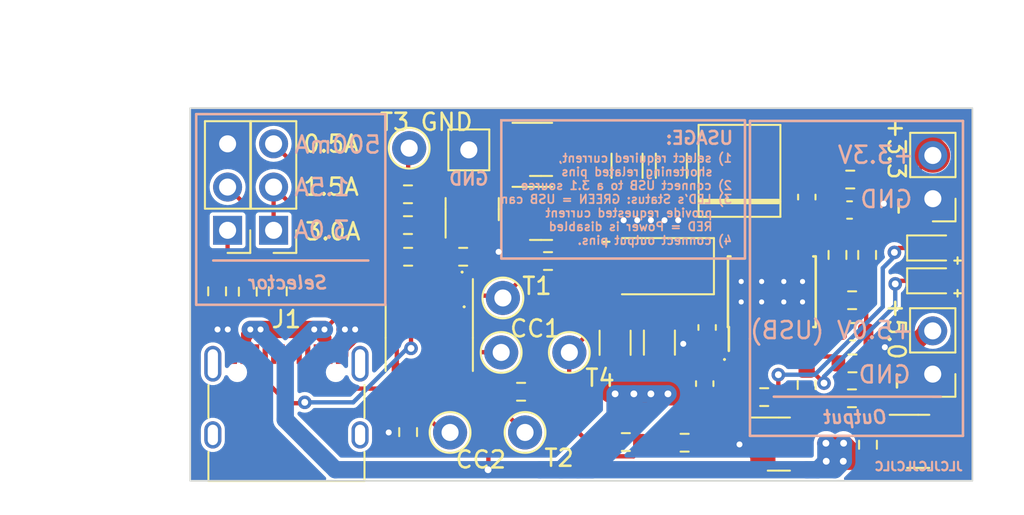
<source format=kicad_pcb>
(kicad_pcb (version 20240108) (generator "pcbnew") (generator_version "8.0")
  (layers (0 "F.Cu" signal) (31 "B.Cu" signal) (34 "B.Paste" user) (35 "F.Paste" user) (36 "B.SilkS" user "B.Silkscreen") (37 "F.SilkS" user "F.Silkscreen") (38 "B.Mask" user) (39 "F.Mask" user) (44 "Edge.Cuts" user))
  (net 0 "")
  (net 1 "Net-(U1-SS)")
  (net 2 "Net-(U1-COMP)")
  (net 3 "+3V3")
  (net 4 "Net-(U1-BOOT)")
  (net 5 "GND")
  (net 6 "Net-(C5-Pad2)")
  (net 7 "/1.2V")
  (net 8 "/0.65V")
  (net 9 "+5V")
  (net 10 "CC REF")
  (net 11 "Net-(D1-K)")
  (net 12 "Net-(D2-K)")
  (net 13 "Net-(D3-K)")
  (net 18 "CC2")
  (net 19 "CC1")
  (net 23 "Net-(Q1-B)")
  (net 24 "Net-(Q1-C)")
  (net 25 "ENABLE-500mA")
  (net 26 "Net-(Q2-G)")
  (net 27 "Net-(Q4-G)")
  (net 28 "Net-(Q4-S)")
  (net 29 "BUCK-EN")
  (net 30 "Net-(Q5-G)")
  (net 31 "USB-OK")
  (net 32 "Net-(Q5-S)")
  (net 33 "Net-(Q6-G)")
  (net 34 "Net-(R5-Pad1)")
  (net 35 "Net-(R7-Pad1)")
  (net 36 "T1")
  (net 37 "T2")
  (net 38 "Net-(U1-VSNS)")
  (footprint "Resistor_SMD:R_0603_1608Metric" (layer "F.Cu") (at 143.7352 87.0232)
    (property "Reference" "R19")
    (property "Value" "5.1k")
  )
  (footprint "Connector_PinHeader_2.54mm:PinHeader_1x03_P2.54mm_Vertical" (layer "F.Cu") (at 114.942807 77.224992 180)
    (property "Reference" "J3")
    (property "Value" "Selector")
  )
  (footprint "Package_SO:SOIC-8_3.9x4.9mm_P1.27mm" (layer "F.Cu") (at 124.0778 83.54 -90)
    (property "Reference" "U2")
    (property "Value" "LM358")
  )
  (footprint "Connector_PinHeader_2.54mm:PinHeader_1x02_P2.54mm_Vertical" (layer "F.Cu") (at 153.633 75.3694 180)
    (property "Reference" "J4")
    (property "Value" "3.3V conn.")
  )
  (footprint "Package_TO_SOT_SMD:SOT-23" (layer "F.Cu") (at 144.5952 89.7832)
    (property "Reference" "Q1")
    (property "Value" "SS8050")
  )
  (footprint "Capacitor_SMD:C_1206_3216Metric" (layer "F.Cu") (at 137.5852 83.8232 90)
    (property "Reference" "C2")
    (property "Value" "4.7 uF")
  )
  (footprint "Resistor_SMD:R_0603_1608Metric" (layer "F.Cu") (at 135.6152 89.6632)
    (property "Reference" "R21")
    (property "Value" "1.1k")
  )
  (footprint "Resistor_SMD:R_0603_1608Metric" (layer "F.Cu") (at 149.7752 78.6732 90)
    (property "Reference" "R7")
    (property "Value" "330")
  )
  (footprint "Resistor_SMD:R_0603_1608Metric" (layer "F.Cu") (at 146.2252 86.3132 90)
    (property "Reference" "R20")
    (property "Value" "2k")
  )
  (footprint "TestPoint:TestPoint_THTPad_D2.0mm_Drill1.0mm" (layer "F.Cu") (at 128.4 81.2)
    (property "Reference" "TP4")
    (property "Value" "T1")
  )
  (footprint "TestPoint:TestPoint_THTPad_D2.0mm_Drill1.0mm" (layer "F.Cu") (at 129.7 89.1)
    (property "Reference" "TP5")
    (property "Value" "T2")
  )
  (footprint "Resistor_SMD:R_0603_1608Metric" (layer "F.Cu") (at 148.9152 85.0432 180)
    (property "Reference" "R22")
    (property "Value" "10k")
  )
  (footprint "Resistor_SMD:R_0603_1608Metric" (layer "F.Cu") (at 122.8278 75.11)
    (property "Reference" "R18")
    (property "Value" "100")
  )
  (footprint "TestPoint:TestPoint_THTPad_D2.0mm_Drill1.0mm" (layer "F.Cu") (at 122.9 72.4)
    (property "Reference" "TP6")
    (property "Value" "T3")
  )
  (footprint "Capacitor_SMD:C_0603_1608Metric" (layer "F.Cu") (at 146.2352 75.2732 90)
    (property "Reference" "C5")
    (property "Value" "1.5nF")
  )
  (footprint "000mylib:MWSA0402" (layer "F.Cu") (at 142.2852 73.7332 90)
    (property "Reference" "L1")
    (property "Value" "3.3uH")
  )
  (footprint "Resistor_SMD:R_0603_1608Metric" (layer "F.Cu") (at 139.0652 89.7032)
    (property "Reference" "R12")
    (property "Value" "5.1k")
  )
  (footprint "Package_TO_SOT_SMD:SOT-23" (layer "F.Cu") (at 130.6386 76.2312)
    (property "Reference" "Q5")
    (property "Value" "2N7002")
  )
  (footprint "Package_TO_SOT_SMD:SOT-23" (layer "F.Cu") (at 152.7752 89.6232)
    (property "Reference" "Q2")
    (property "Value" "AO3401A")
  )
  (footprint "Package_TO_SOT_SMD:SOT-23" (layer "F.Cu") (at 126.5978 75.98 90)
    (property "Reference" "Q6")
    (property "Value" "2N7002")
  )
  (footprint "LED_SMD:LED_0603_1608Metric" (layer "F.Cu") (at 153.6088 78.2632)
    (property "Reference" "D2")
    (property "Value" "RED")
  )
  (footprint "LED_SMD:LED_0603_1608Metric" (layer "F.Cu") (at 153.6088 80.1932)
    (property "Reference" "D3")
    (property "Value" "GREEN")
  )
  (footprint "_My_Library:USB_C_Receptacle_XKB_U262-16XN-4BVC11" (layer "F.Cu") (at 115.697 86.785)
    (property "Reference" "J1")
    (property "Value" "USB port")
  )
  (footprint "Capacitor_SMD:C_0603_1608Metric" (layer "F.Cu") (at 140.2452 86.2332 -90)
    (property "Reference" "C3")
    (property "Value" "0.1uF")
  )
  (footprint "Resistor_SMD:R_0603_1608Metric" (layer "F.Cu") (at 148.7852 74.2432 180)
    (property "Reference" "R1")
    (property "Value" "47k")
  )
  (footprint "Capacitor_SMD:C_0603_1608Metric" (layer "F.Cu") (at 148.9152 83.1832 180)
    (property "Reference" "C4")
    (property "Value" "0.1uF")
  )
  (footprint "Resistor_SMD:R_0603_1608Metric" (layer "F.Cu") (at 122.8278 76.92 180)
    (property "Reference" "R11")
    (property "Value" "6.8k")
  )
  (footprint "Resistor_SMD:R_0603_1608Metric" (layer "F.Cu") (at 122.8378 78.78 180)
    (property "Reference" "R10")
    (property "Value" "6.8k")
  )
  (footprint "TestPoint:TestPoint_THTPad_D2.0mm_Drill1.0mm" (layer "F.Cu") (at 128.3 84.4)
    (property "Reference" "TP2")
    (property "Value" "CC1")
  )
  (footprint "Resistor_SMD:R_0603_1608Metric" (layer "F.Cu") (at 148.8852 87.0932)
    (property "Reference" "R14")
    (property "Value" "100")
  )
  (footprint "Resistor_SMD:R_0603_1608Metric" (layer "F.Cu") (at 115.1878 80.81 90)
    (property "Reference" "R4")
    (property "Value" "1.2k")
  )
  (footprint "Resistor_SMD:R_0603_1608Metric" (layer "F.Cu") (at 111.6278 80.81 90)
    (property "Reference" "R6")
    (property "Value" "180")
  )
  (footprint "Resistor_SMD:R_0603_1608Metric" (layer "F.Cu") (at 149.8252 89.8232 -90)
    (property "Reference" "R13")
    (property "Value" "5.1k")
  )
  (footprint "Resistor_SMD:R_0603_1608Metric" (layer "F.Cu") (at 129.4678 86.71)
    (property "Reference" "R17")
    (property "Value" "100")
  )
  (footprint "TestPoint:TestPoint_THTPad_2.0x2.0mm_Drill1.0mm" (layer "F.Cu") (at 126.4 72.5)
    (property "Reference" "TP3")
    (property "Value" "GND")
  )
  (footprint "Resistor_SMD:R_0603_1608Metric" (layer "F.Cu") (at 131.0478 79.03 180)
    (property "Reference" "R16")
    (property "Value" "100")
  )
  (footprint "Resistor_SMD:R_0603_1608Metric" (layer "F.Cu") (at 148.8952 81.3332 180)
    (property "Reference" "R9")
    (property "Value" "3.3K")
  )
  (footprint "Resistor_SMD:R_0603_1608Metric" (layer "F.Cu") (at 148.0352 78.6732 90)
    (property "Reference" "R8")
    (property "Value" "10k")
  )
  (footprint "TestPoint:TestPoint_THTPad_D2.0mm_Drill1.0mm" (layer "F.Cu") (at 132.3 84.4)
    (property "Reference" "TP7")
    (property "Value" "T4")
  )
  (footprint "Connector_PinHeader_2.54mm:PinHeader_1x02_P2.54mm_Vertical" (layer "F.Cu") (at 153.6252 85.6732 180)
    (property "Reference" "J5")
    (property "Value" "5V conn.")
  )
  (footprint "Capacitor_SMD:C_1206_3216Metric" (layer "F.Cu") (at 138.2852 73.4332 90)
    (property "Reference" "C9")
    (property "Value" "47uF")
  )
  (footprint "Capacitor_SMD:C_1206_3216Metric" (layer "F.Cu") (at 134.9852 83.8332 90)
    (property "Reference" "C1")
    (property "Value" "4.7 uF")
  )
  (footprint "Resistor_SMD:R_0603_1608Metric" (layer "F.Cu") (at 126.0678 78.78)
    (property "Reference" "R3")
    (property "Value" "5.1k")
  )
  (footprint "Resistor_SMD:R_0603_1608Metric" (layer "F.Cu") (at 122.8378 89.08 90)
    (property "Reference" "R2")
    (property "Value" "5.1k")
  )
  (footprint "Connector_PinHeader_2.54mm:PinHeader_1x03_P2.54mm_Vertical" (layer "F.Cu") (at 112.242802 77.224992 180)
    (property "Reference" "J2")
    (property "Value" "Selector")
  )
  (footprint "Capacitor_SMD:C_0603_1608Metric" (layer "F.Cu") (at 140.3852 82.9332 90)
    (property "Reference" "C7")
    (property "Value" "0.1uF")
  )
  (footprint "Package_TO_SOT_SMD:SOT-23" (layer "F.Cu") (at 130.6386 72.472)
    (property "Reference" "Q4")
    (property "Value" "2N7002")
  )
  (footprint "Capacitor_SMD:C_1206_3216Metric" (layer "F.Cu") (at 135.6852 73.4332 90)
    (property "Reference" "C8")
    (property "Value" "47uF")
  )
  (footprint "Capacitor_SMD:C_0603_1608Metric" (layer "F.Cu") (at 148.7452 76.0332 180)
    (property "Reference" "C6")
    (property "Value" "27pF")
  )
  (footprint "Package_SO:TI_SO-PowerPAD-8_ThermalVias" (layer "F.Cu") (at 144.1852 80.8332 90)
    (property "Reference" "U1")
    (property "Value" "TPS54331")
  )
  (footprint "Resistor_SMD:R_0603_1608Metric" (layer "F.Cu") (at 113.4278 80.83 90)
    (property "Reference" "R5")
    (property "Value" "820")
  )
  (footprint "TestPoint:TestPoint_THTPad_D2.0mm_Drill1.0mm" (layer "F.Cu") (at 125.3 89.1)
    (property "Reference" "TP1")
    (property "Value" "CC2")
  )
  (footprint "Diode_SMD:D_SMA" (layer "F.Cu") (at 137.3852 79.3332 180)
    (property "Reference" "D1")
    (property "Value" "SS34")
  )
  (gr_line (start 110.5 70.4) (end 121.5 70.4) (stroke (width 0.15)) (layer "B.SilkS"))
  (gr_line (start 155.4 89.3) (end 143 89.3) (stroke (width 0.15)) (layer "B.SilkS"))
  (gr_line (start 121.5 81.6) (end 110.4 81.6) (stroke (width 0.15)) (layer "B.SilkS"))
  (gr_line (start 143 89.3) (end 142.9 89.3) (stroke (width 0.15)) (layer "B.SilkS"))
  (gr_line (start 110.4 81.6) (end 110.4 70.4) (stroke (width 0.15)) (layer "B.SilkS"))
  (gr_line (start 121.5 70.4) (end 121.5 81.6) (stroke (width 0.15)) (layer "B.SilkS"))
  (gr_rect (start 128.306191 70.765007) (end 142.60621 78.885) (stroke (width 0.15)) (fill none) (layer "B.SilkS"))
  (gr_line (start 110.4 70.4) (end 111.1 70.4) (stroke (width 0.15)) (layer "B.SilkS"))
  (gr_line (start 154.1 87) (end 144.3 87) (stroke (width 0.15)) (layer "B.SilkS"))
  (gr_line (start 111.4 79) (end 120.5 79) (stroke (width 0.15)) (layer "B.SilkS"))
  (gr_line (start 142.9 83.6) (end 142.9 70.8) (stroke (width 0.15)) (layer "B.SilkS"))
  (gr_line (start 142.9 70.8) (end 155.4 70.8) (stroke (width 0.15)) (layer "B.SilkS"))
  (gr_line (start 155.4 70.8) (end 155.4 89.3) (stroke (width 0.15)) (layer "B.SilkS"))
  (gr_line (start 142.9 89.3) (end 142.9 83.6) (stroke (width 0.15)) (layer "B.SilkS"))
  (gr_poly (pts (xy 155.9504 91.94) (xy 110.05 91.94) (xy 110.05 70.05) (xy 155.9504 70.05)) (stroke (width 0.1)) (fill none) (layer "Edge.Cuts"))
  (gr_text "+5.0V (USB)" (at 147.7 83.1 0) (layer "B.SilkS") (effects (font (size 1 1)) (justify mirror)))
  (gr_text "GND\n" (at 126.4 74.2 0) (layer "B.SilkS") (effects (font (size 0.75 0.75)) (justify mirror)))
  (gr_text "+3.3V" (at 150.3 72.8 0) (layer "B.SilkS") (effects (font (size 1 1)) (justify mirror)))
  (gr_text "Output" (at 149.1 88.2 0) (layer "B.SilkS") (effects (font (size 0.75 0.75) (thickness 0.15) (italic yes)) (justify mirror)))
  (gr_text "JLCJLCJLCJLC" (at 152.8 91.1 0) (layer "B.SilkS") (effects (font (size 0.5 0.5) (thickness 0.125)) (justify mirror)))
  (gr_text "1) select required current, \n   shortening related pins\n2) connect USB to a 3.1 source\n3) LED's Status: GREEN = USB can\n   provide requested current\n   RED = Power is disabled \n4) connect output pins. " (at 141.9 75.4 0) (layer "B.SilkS") (effects (font (size 0.5 0.5) (thickness 0.1)) (justify left mirror)))
  (gr_text "500mA" (at 118.7 72.2 0) (layer "B.SilkS") (effects (font (size 1 1)) (justify mirror)))
  (gr_text "GND\n" (at 150.9 75.4 0) (layer "B.SilkS") (effects (font (size 1 1)) (justify mirror)))
  (gr_text "GND\n" (at 150.8 85.7 0) (layer "B.SilkS") (effects (font (size 1 1)) (justify mirror)))
  (gr_text "1.5A" (at 117.7876 74.7 0) (layer "B.SilkS") (effects (font (size 1 1)) (justify mirror)))
  (gr_text "3.0A" (at 117.7626 77.2 0) (layer "B.SilkS") (effects (font (size 1 1)) (justify mirror)))
  (gr_text "Selector" (at 115.8 80.3 0) (layer "B.SilkS") (effects (font (size 0.75 0.75) (thickness 0.15) (italic yes)) (justify mirror)))
  (gr_text "USAGE:" (at 142 71.8 0) (layer "B.SilkS") (effects (font (size 0.75 0.75)) (justify left mirror)))
  (gr_text "+3.3" (at 151.5 72.423 270) (layer "F.SilkS") (effects (font (size 1 1))))
  (gr_text "3.0A" (at 118.4178 77.3 0) (layer "F.SilkS") (effects (font (size 1 1))))
  (gr_text "." (at 126.3278 81.72 270) (layer "F.SilkS") (effects (font (size 0.5 0.5) (thickness 0.125))))
  (gr_text "-" (at 151.6 86.0732 270) (layer "F.SilkS") (effects (font (size 1 1))))
  (gr_text "0.5A" (at 118.3178 72.15 0) (layer "F.SilkS") (effects (font (size 1 1))))
  (gr_text "-" (at 151.7 75.8 270) (layer "F.SilkS") (effects (font (size 1 1))))
  (gr_text "." (at 126.2078 79.68 270) (layer "F.SilkS") (effects (font (size 0.5 0.5) (thickness 0.125))))
  (gr_text "1.5A" (at 118.3178 74.675 0) (layer "F.SilkS") (effects (font (size 1 1))))
  (gr_text "+" (at 155.0488 80.9232 90) (layer "F.SilkS") (effects (font (size 0.5 0.5) (thickness 0.125))))
  (gr_text "+" (at 134.5 77.9 270) (layer "F.SilkS") (effects (font (size 0.5 0.5) (thickness 0.125))))
  (gr_text "." (at 141.6052 84.8132 270) (layer "F.SilkS") (effects (font (size 0.5 0.5) (thickness 0.125))))
  (gr_text "+" (at 155.0488 79.0032 90) (layer "F.SilkS") (effects (font (size 0.5 0.5) (thickness 0.125))))
  (gr_text "+5.0" (at 151.5 83 270) (layer "F.SilkS") (effects (font (size 1 1))))
  (segment (start 147.7902 83.5332) (end 148.1402 83.1832) (width 0.254) (layer "F.Cu") (net 1))
  (segment (start 146.0902 83.5332) (end 147.7902 83.5332) (width 0.254) (layer "F.Cu") (net 1))
  (segment (start 146.0902 83.7382) (end 146.0902 83.5332) (width 0.254) (layer "F.Cu") (net 1))
  (segment (start 144.8202 77.4632) (end 146.2352 76.0482) (width 0.254) (layer "F.Cu") (net 2))
  (segment (start 147.9552 76.0482) (end 147.9702 76.0332) (width 0.254) (layer "F.Cu") (net 2))
  (segment (start 144.8202 78.1332) (end 144.8202 77.4632) (width 0.254) (layer "F.Cu") (net 2))
  (segment (start 146.2352 76.0482) (end 147.9552 76.0482) (width 0.254) (layer "F.Cu") (net 2))
  (segment (start 151.4752 72.4232) (end 153.2268 72.4232) (width 2.032) (layer "F.Cu") (net 3))
  (segment (start 152.1344 74.328) (end 153.633 72.8294) (width 0.254) (layer "F.Cu") (net 3))
  (segment (start 150.5954 77.8482) (end 152.1344 76.3092) (width 0.254) (layer "F.Cu") (net 3))
  (segment (start 151.4313 72.3793) (end 151.4752 72.4232) (width 2.032) (layer "F.Cu") (net 3))
  (segment (start 149.7752 77.8482) (end 150.5954 77.8482) (width 0.254) (layer "F.Cu") (net 3))
  (segment (start 143.948 71.9582) (end 144.3691 72.3793) (width 2.032) (layer "F.Cu") (net 3))
  (segment (start 135.6852 71.9582) (end 138.2852 71.9582) (width 2.032) (layer "F.Cu") (net 3))
  (segment (start 153.2268 72.4232) (end 153.633 72.8294) (width 2.032) (layer "F.Cu") (net 3))
  (segment (start 142.2602 71.9582) (end 142.2852 71.9332) (width 1.016) (layer "F.Cu") (net 3))
  (segment (start 138.2852 71.9582) (end 143.948 71.9582) (width 2.032) (layer "F.Cu") (net 3))
  (segment (start 152.1344 76.3092) (end 152.1344 74.328) (width 0.254) (layer "F.Cu") (net 3))
  (segment (start 138.2852 71.9582) (end 142.2602 71.9582) (width 1.016) (layer "F.Cu") (net 3))
  (segment (start 144.3691 72.3793) (end 151.4313 72.3793) (width 2.032) (layer "F.Cu") (net 3))
  (segment (start 140.3852 83.7082) (end 142.1052 83.7082) (width 1.016) (layer "F.Cu") (net 4))
  (segment (start 142.1052 83.7082) (end 142.2802 83.5332) (width 1.016) (layer "F.Cu") (net 4))
  (segment (start 138.9852 83.8932) (end 138.9852 84.106507) (width 1.016) (layer "F.Cu") (net 5))
  (segment (start 143.5502 78.1332) (end 143.5502 80.1982) (width 1.016) (layer "F.Cu") (net 5))
  (segment (start 135.6852 75.8332) (end 135.6852 76.4332) (width 1.016) (layer "F.Cu") (net 5))
  (segment (start 119.1278 83.05) (end 119.7278 83.05) (width 1.016) (layer "F.Cu") (net 5))
  (segment (start 119.7528 83.075) (end 119.7278 83.05) (width 0.254) (layer "F.Cu") (net 5))
  (segment (start 134.9852 82.3582) (end 134.9852 79.7332) (width 1.016) (layer "F.Cu") (net 5))
  (segment (start 143.5502 80.1982) (end 144.1852 80.8332) (width 1.016) (layer "F.Cu") (net 5))
  (segment (start 122.0328 89.1) (end 122.8378 89.905) (width 0.254) (layer "F.Cu") (net 5))
  (segment (start 138.6852 76.6332) (end 135.4852 76.6332) (width 1.016) (layer "F.Cu") (net 5))
  (segment (start 135.3852 79.3332) (end 135.3852 80.6332) (width 1.016) (layer "F.Cu") (net 5))
  (segment (start 140.2452 85.29173) (end 139.745935 84.792465) (width 1.016) (layer "F.Cu") (net 5))
  (segment (start 135.6852 74.9082) (end 138.2852 74.9082) (width 1.016) (layer "F.Cu") (net 5))
  (segment (start 149.7202 83.1532) (end 149.6902 83.1832) (width 0.254) (layer "F.Cu") (net 5))
  (segment (start 135.8852 79.3332) (end 137.5852 81.0332) (width 1.016) (layer "F.Cu") (net 5))
  (segment (start 135.3852 79.3332) (end 136.7852 79.3332) (width 1.016) (layer "F.Cu") (net 5))
  (segment (start 135.6852 76.4332) (end 135.4852 76.6332) (width 1.016) (layer "F.Cu") (net 5))
  (segment (start 143.2152 90.7332) (end 142.2852 89.8032) (width 0.254) (layer "F.Cu") (net 5))
  (segment (start 135.5852 77.6332) (end 137.0852 77.6332) (width 1.016) (layer "F.Cu") (net 5))
  (segment (start 149.7552 74.6632) (end 149.6802 74.6632) (width 0.254) (layer "F.Cu") (net 5))
  (segment (start 138.2852 74.9082) (end 138.2852 76.2332) (width 1.016) (layer "F.Cu") (net 5))
  (segment (start 119.1278 83.05) (end 119.483797 83.405997) (width 0.508) (layer "F.Cu") (net 5))
  (segment (start 138.5852 77.6332) (end 138.6852 77.5332) (width 1.016) (layer "F.Cu") (net 5))
  (segment (start 137.513778 77.6332) (end 138.5852 77.6332) (width 1.016) (layer "F.Cu") (net 5))
  (segment (start 119.0778 84.58) (end 119.0778 84.2) (width 0.508) (layer "F.Cu") (net 5))
  (segment (start 137.5852 81.0332) (end 137.5852 82.3482) (width 1.016) (layer "F.Cu") (net 5))
  (segment (start 138.9852 84.106507) (end 139.708547 84.829854) (width 1.016) (layer "F.Cu") (net 5))
  (segment (start 112.3778 84.58) (end 112.3778 83.9) (width 0.508) (layer "F.Cu") (net 5))
  (segment (start 135.8852 81.6332) (end 136.8852 81.6332) (width 1.016) (layer "F.Cu") (net 5))
  (segment (start 111.6278 83.025) (end 111.6528 83.05) (width 0.25) (layer "F.Cu") (net 5))
  (segment (start 120.1878 83.05) (end 119.7278 83.05) (width 0.25) (layer "F.Cu") (net 5))
  (segment (start 149.6102 75.9432) (end 149.5202 76.0332) (width 0.254) (layer "F.Cu") (net 5))
  (segment (start 149.6902 84.9932) (end 149.7402 85.0432) (width 0.254) (layer "F.Cu") (net 5))
  (segment (start 135.4852 77.7332) (end 135.5852 77.6332) (width 1.016) (layer "F.Cu") (net 5))
  (segment (start 127.8578 78.78) (end 128.1478 78.49) (width 0.254) (layer "F.Cu") (net 5))
  (segment (start 134.9952 82.3482) (end 134.9852 82.3582) (width 1.016) (layer "F.Cu") (net 5))
  (segment (start 119.483797 83.805997) (end 119.089794 84.2) (width 0.508) (layer "F.Cu") (net 5))
  (segment (start 134.9852 79.7332) (end 135.3852 79.3332) (width 1.016) (layer "F.Cu") (net 5))
  (segment (start 121.6978 89.1) (end 122.0328 89.1) (width 0.254) (layer "F.Cu") (net 5))
  (segment (start 135.4852 77.7332) (end 135.4852 79.2332) (width 1.016) (layer "F.Cu") (net 5))
  (segment (start 136.2852 76.9332) (end 135.4852 77.7332) (width 1.016) (layer "F.Cu") (net 5))
  (segment (start 127.5478 77.89) (end 128.1478 78.49) (width 0.254) (layer "F.Cu") (net 5))
  (segment (start 136.8852 81.1332) (end 135.9852 80.2332) (width 1.016) (layer "F.Cu") (net 5))
  (segment (start 136.7852 79.3332) (end 136.7852 78.361778) (width 1.016) (layer "F.Cu") (net 5))
  (segment (start 137.5852 82.3482) (end 137.5852 82.4932) (width 1.016) (layer "F.Cu") (net 5))
  (segment (start 122.1728 81.065) (end 120.1878 83.05) (width 0.25) (layer "F.Cu") (net 5))
  (segment (start 119.7278 83.05) (end 119.7278 83.561994) (width 0.508) (layer "F.Cu") (net 5))
  (segment (start 149.6102 74.2432) (end 149.6102 75.9432) (width 0.254) (layer "F.Cu") (net 5))
  (segment (start 149.6902 83.1832) (end 149.6902 84.9932) (width 0.254) (layer "F.Cu") (net 5))
  (segment (start 137.0852 77.6332) (end 135.3852 79.3332) (width 1.016) (layer "F.Cu") (net 5))
  (segment (start 150.3852 76.0332) (end 150.7552 75.6632) (width 0.254) (layer "F.Cu") (net 5))
  (segment (start 149.7202 81.3332) (end 149.7202 83.1532) (width 0.254) (layer "F.Cu") (net 5))
  (segment (start 111.6528 83.05) (end 111.6528 83.275) (width 0.508) (layer "F.Cu") (net 5))
  (segment (start 135.8852 81.1332) (end 135.8852 81.6332) (width 1.016) (layer "F.Cu") (net 5))
  (segment (start 127.5478 76.9175) (end 127.5478 77.89) (width 0.254) (layer "F.Cu") (net 5))
  (segment (start 137.5852 82.3482) (end 137.5852 82.7582) (width 1.016) (layer "F.Cu") (net 5))
  (segment (start 137.8852 75.8332) (end 138.2852 76.2332) (width 1.016) (layer "F.Cu") (net 5))
  (segment (start 135.6852 75.8332) (end 137.8852 75.8332) (width 1.016) (layer "F.Cu") (net 5))
  (segment (start 126.8928 78.78) (end 127.8578 78.78) (width 0.254) (layer "F.Cu") (net 5))
  (segment (start 137.5852 82.3482) (end 134.9952 82.3482) (width 1.016) (layer "F.Cu") (net 5))
  (segment (start 137.5852 82.4932) (end 138.9852 83.8932) (width 1.016) (layer "F.Cu") (net 5))
  (segment (start 135.9852 80.2332) (end 135.8852 80.2332) (width 1.016) (layer "F.Cu") (net 5))
  (segment (start 136.7852 78.361778) (end 137.513778 77.6332) (width 1.016) (layer "F.Cu") (net 5))
  (segment (start 119.483797 83.405997) (end 119.483797 83.805997) (width 0.508) (layer "F.Cu") (net 5))
  (segment (start 135.3852 80.6332) (end 135.8852 81.1332) (width 1.016) (layer "F.Cu") (net 5))
  (segment (start 137.0852 76.6332) (end 137.0852 77.6332) (width 1.016) (layer "F.Cu") (net 5))
  (segment (start 149.5202 76.0332) (end 150.3852 76.0332) (width 0.254) (layer "F.Cu") (net 5))
  (segment (start 135.4852 76.6332) (end 135.4852 77.7332) (width 1.016) (layer "F.Cu") (net 5))
  (segment (start 149.7402 85.0432) (end 149.8652 85.0432) (width 0.254) (layer "F.Cu") (net 5))
  (segment (start 112.2778 83.9) (end 112.3778 83.9) (width 0.508) (layer "F.Cu") (net 5))
  (segment (start 111.6528 83.275) (end 112.2778 83.9) (width 0.508) (layer "F.Cu") (net 5))
  (segment (start 149.8652 85.0432) (end 150.8152 84.0932) (width 0.254) (layer "F.Cu") (net 5))
  (segment (start 138.2852 76.2332) (end 138.6852 76.6332) (width 1.016) (layer "F.Cu") (net 5))
  (segment (start 135.6852 74.9082) (end 135.6852 75.8332) (width 1.016) (layer "F.Cu") (net 5))
  (segment (start 138.6852 77.5332) (end 138.6852 76.6332) (width 1.016) (layer "F.Cu") (net 5))
  (segment (start 136.2852 76.6332) (end 136.2852 76.9332) (width 1.016) (layer "F.Cu") (net 5))
  (segment (start 119.089794 84.2) (end 119.0778 84.2) (width 0.508) (layer "F.Cu") (net 5))
  (segment (start 135.3852 79.3332) (end 135.8852 79.3332) (width 1.016) (layer "F.Cu") (net 5))
  (segment (start 143.6577 90.7332) (end 143.2152 90.7332) (width 0.254) (layer "F.Cu") (net 5))
  (segment (start 135.4852 79.2332) (end 135.3852 79.3332) (width 1.016) (layer "F.Cu") (net 5))
  (segment (start 119.0778 84.2) (end 119.0778 83.4) (width 0.508) (layer "F.Cu") (net 5))
  (segment (start 140.2452 85.4582) (end 140.2452 85.29173) (width 1.016) (layer "F.Cu") (net 5))
  (segment (start 111.6278 81.635) (end 111.6278 83.025) (width 0.25) (layer "F.Cu") (net 5))
  (segment (start 112.2528 83.05) (end 111.6528 83.05) (width 1.016) (layer "F.Cu") (net 5))
  (segment (start 119.7278 83.561994) (end 119.483797 83.805997) (width 0.508) (layer "F.Cu") (net 5))
  (segment (start 136.8852 81.6332) (end 136.8852 81.1332) (width 1.016) (layer "F.Cu") (net 5))
  (segment (start 112.3778 83.9) (end 112.3778 83.5) (width 0.508) (layer "F.Cu") (net 5))
  (via (at 128.1478 78.49) (size 0.5) (drill 0.35) (layers "F.Cu" "B.Cu") (net 5))
  (via (at 150.8152 84.0932) (size 0.5) (drill 0.35) (layers "F.Cu" "B.Cu") (net 5))
  (via (at 150.7552 75.6632) (size 0.5) (drill 0.35) (layers "F.Cu" "B.Cu") (net 5))
  (via (at 142.2852 89.8032) (size 0.5) (drill 0.35) (layers "F.Cu" "B.Cu") (net 5))
  (via (at 135.4852 76.6332) (size 0.5) (drill 0.35) (layers "F.Cu" "B.Cu") (net 5))
  (via (at 121.6978 89.1) (size 0.5) (drill 0.35) (layers "F.Cu" "B.Cu") (net 5))
  (via (at 138.9852 83.8932) (size 0.5) (drill 0.35) (layers "F.Cu" "B.Cu") (net 5))
  (via (at 119.7278 83.05) (size 0.5) (drill 0.35) (layers "F.Cu" "B.Cu") (net 5))
  (via (at 136.2852 76.6332) (size 0.5) (drill 0.35) (layers "F.Cu" "B.Cu") (net 5))
  (via (at 137.8852 76.6332) (size 0.5) (drill 0.35) (layers "F.Cu" "B.Cu") (net 5))
  (via (at 138.6852 76.6332) (size 0.5) (drill 0.35) (layers "F.Cu" "B.Cu") (net 5))
  (via (at 119.1278 83.05) (size 0.5) (drill 0.35) (layers "F.Cu" "B.Cu") (net 5))
  (via (at 111.6528 83.05) (size 0.5) (drill 0.35) (layers "F.Cu" "B.Cu") (net 5))
  (via (at 137.0852 76.6332) (size 0.5) (drill 0.35) (layers "F.Cu" "B.Cu") (net 5))
  (via (at 112.2528 83.05) (size 0.5) (drill 0.35) (layers "F.Cu" "B.Cu") (net 5))
  (segment (start 147.7052 74.4982) (end 147.9602 74.2432) (width 0.254) (layer "F.Cu") (net 6))
  (segment (start 146.2352 74.4982) (end 147.7052 74.4982) (width 0.254) (layer "F.Cu") (net 6))
  (segment (start 112.9178 79.04) (end 112.242802 78.365002) (width 0.25) (layer "F.Cu") (net 7))
  (segment (start 115.1878 79.63) (end 114.5978 79.04) (width 0.25) (layer "F.Cu") (net 7))
  (segment (start 115.1878 79.985) (end 115.1878 79.63) (width 0.25) (layer "F.Cu") (net 7))
  (segment (start 114.5978 79.04) (end 112.9178 79.04) (width 0.25) (layer "F.Cu") (net 7))
  (segment (start 112.242802 78.365002) (end 112.242802 77.224992) (width 0.25) (layer "F.Cu") (net 7))
  (segment (start 115.1878 81.635) (end 115.0578 81.635) (width 0.25) (layer "F.Cu") (net 8))
  (segment (start 115.0578 81.635) (end 113.4278 80.005) (width 0.25) (layer "F.Cu") (net 8))
  (segment (start 113.985081 78.587281) (end 115.31508 78.58728) (width 0.25) (layer "F.Cu") (net 8))
  (segment (start 116.0978 80.99) (end 115.4528 81.635) (width 0.25) (layer "F.Cu") (net 8))
  (segment (start 115.31508 78.58728) (end 116.0978 79.37) (width 0.25) (layer "F.Cu") (net 8))
  (segment (start 113.4978 78.1) (end 113.985081 78.587281) (width 0.25) (layer "F.Cu") (net 8))
  (segment (start 115.4528 81.635) (end 115.1878 81.635) (width 0.25) (layer "F.Cu") (net 8))
  (segment (start 112.242802 74.684992) (end 113.4978 75.93999) (width 0.25) (layer "F.Cu") (net 8))
  (segment (start 113.4978 75.93999) (end 113.4978 78.1) (width 0.25) (layer "F.Cu") (net 8))
  (segment (start 116.0978 79.37) (end 116.0978 80.99) (width 0.25) (layer "F.Cu") (net 8))
  (segment (start 117.3278 83.15) (end 117.726089 83.548289) (width 0.508) (layer "F.Cu") (net 9))
  (segment (start 147.3752 90.7932) (end 147.3752 90.7532) (width 1.016) (layer "F.Cu") (net 9))
  (segment (start 122.0128 78.965) (end 117.9278 83.05) (width 0.25) (layer "F.Cu") (net 9))
  (segment (start 147.3552 90.7732) (end 147.3752 90.7932) (width 1.016) (layer "F.Cu") (net 9))
  (segment (start 127.5478 91.27) (end 127.5478 87.58) (width 0.254) (layer "F.Cu") (net 9))
  (segment (start 137.5852 85.2982) (end 134.9952 85.2982) (width 1.016) (layer "F.Cu") (net 9))
  (segment (start 113.869378 83.05) (end 113.371089 83.548289) (width 0.508) (layer "F.Cu") (net 9))
  (segment (start 134.9852 85.3082) (end 134.5202 85.3082) (width 1.016) (layer "F.Cu") (net 9))
  (segment (start 149.6802 90.7932) (end 149.8252 90.6482) (width 1.016) (layer "F.Cu") (net 9))
  (segment (start 137.5852 85.2982) (end 139.1202 86.8332) (width 1.016) (layer "F.Cu") (net 9))
  (segment (start 148.5202 90.6482) (end 148.3752 90.7932) (width 1.016) (layer "F.Cu") (net 9))
  (segment (start 137.0852 86.4332) (end 135.9602 85.3082) (width 1.016) (layer "F.Cu") (net 9))
  (segment (start 143.5502 83.5332) (end 143.5502 84.759622) (width 1.016) (layer "F.Cu") (net 9))
  (segment (start 138.0852 85.7982) (end 137.5852 85.2982) (width 1.016) (layer "F.Cu") (net 9))
  (segment (start 149.8252 90.6482) (end 151.7627 90.6482) (width 1.016) (layer "F.Cu") (net 9))
  (segment (start 127.5478 87.58) (end 125.9828 86.015) (width 0.254) (layer "F.Cu") (net 9))
  (segment (start 117.726089 83.548289) (end 118.084511 83.548289) (width 0.508) (layer "F.Cu") (net 9))
  (segment (start 137.0852 86.8332) (end 137.0852 85.7982) (width 1.016) (layer "F.Cu") (net 9))
  (segment (start 143.016622 85.2932) (end 142.208507 85.2932) (width 1.016) (layer "F.Cu") (net 9))
  (segment (start 151.7627 90.6482) (end 151.8377 90.5732) (width 1.016) (layer "F.Cu") (net 9))
  (segment (start 117.3278 83.05) (end 117.90908 83.05) (width 1.016) (layer "F.Cu") (net 9))
  (segment (start 148.3952 90.7732) (end 148.3752 90.7932) (width 1.016) (layer "F.Cu") (net 9))
  (segment (start 140.2452 87.0082) (end 135.1602 87.0082) (width 1.016) (layer "F.Cu") (net 9))
  (segment (start 135.1602 87.0082) (end 134.9852 86.8332) (width 1.016) (layer "F.Cu") (net 9))
  (segment (start 137.0852 85.7982) (end 137.5852 85.2982) (width 1.016) (layer "F.Cu") (net 9))
  (segment (start 143.5502 84.759622) (end 143.016622 85.2932) (width 1.016) (layer "F.Cu") (net 9))
  (segment (start 154.3963 78.2632) (end 154.3963 80.1932) (width 0.254) (layer "F.Cu") (net 9))
  (segment (start 134.2252 85.6032) (end 134.2252 86.4032) (width 1.016) (layer "F.Cu") (net 9))
  (segment (start 154.3963 81.1167) (end 155.0852 81.8056) (width 0.254) (layer "F.Cu") (net 9))
  (segment (start 122.0028 78.77) (end 122.0128 78.78) (width 0.25) (layer "F.Cu") (net 9))
  (segment (start 147.3552 89.7332) (end 148.2702 90.6482) (width 1.016) (layer "F.Cu") (net 9))
  (segment (start 134.9852 86.8332) (end 134.9852 89.4682) (width 1.016) (layer "F.Cu") (net 9))
  (segment (start 134.9952 85.2982) (end 134.9852 85.3082) (width 1.016) (layer "F.Cu") (net 9))
  (segment (start 155.0852 89.666626) (end 154.178626 90.5732) (width 0.254) (layer "F.Cu") (net 9))
  (segment (start 114.1778 83.05) (end 113.869378 83.05) (width 0.508) (layer "F.Cu") (net 9))
  (segment (start 148.3952 89.7332) (end 149.3102 90.6482) (width 1.016) (layer "F.Cu") (net 9))
  (segment (start 122.0028 76.92) (end 122.0028 78.77) (width 0.25) (layer "F.Cu") (net 9))
  (segment (start 113.5778 83.05) (end 113.284511 83.343289) (width 0.508) (layer "F.Cu") (net 9))
  (segment (start 113.284511 83.343289) (end 113.284511 84.473289) (width 0.508) (layer "F.Cu") (net 9))
  (segment (start 127.5278 91.29) (end 127.5478 91.27) (width 0.254) (layer "F.Cu") (net 9))
  (segment (start 117.2778 83.1) (end 117.3278 83.05) (width 0.254) (layer "F.Cu") (net 9))
  (segment (start 135.9602 85.3082) (end 134.9852 85.3082) (width 1.016) (layer "F.Cu") (net 9))
  (segment (start 134.2252 86.4032) (end 134.6552 86.8332) (width 1.016) (layer "F.Cu") (net 9))
  (segment (start 147.3752 90.7932) (end 149.6802 90.7932) (width 1.016) (layer "F.Cu") (net 9))
  (segment (start 142.208507 85.2932) (end 140.493507 87.0082) (width 1.016) (layer "F.Cu") (net 9))
  (segment (start 117.3278 83.05) (end 117.3278 83.15) (width 0.508) (layer "F.Cu") (net 9))
  (segment (start 118.084511 83.548289) (end 118.084511 83.95) (width 0.508) (layer "F.Cu") (net 9))
  (segment (start 117.3278 83.05) (end 113.5778 83.05) (width 1.016) (layer "F.Cu") (net 9))
  (segment (start 138.0852 86.8332) (end 138.0852 85.7982) (width 1.016) (layer "F.Cu") (net 9))
  (segment (start 149.3102 90.6482) (end 149.8252 90.6482) (width 1.016) (layer "F.Cu") (net 9))
  (segment (start 149.8252 90.6482) (end 148.5202 90.6482) (width 1.016) (layer "F.Cu") (net 9))
  (segment (start 154.178626 90.5732) (end 151.8377 90.5732) (width 0.254) (layer "F.Cu") (net 9))
  (segment (start 134.9852 85.3082) (end 134.9852 85.7332) (width 1.016) (layer "F.Cu") (net 9))
  (segment (start 122.0128 78.78) (end 122.0128 78.965) (width 0.25) (layer "F.Cu") (net 9))
  (segment (start 134.9852 89.4682) (end 134.7902 89.6632) (width 1.016) (layer "F.Cu") (net 9))
  (segment (start 147.3552 89.7332) (end 148.3952 89.7332) (width 1.016) (layer "F.Cu") (net 9))
  (segment (start 117.90908 82.96872) (end 117.90908 83.05) (width 0.254) (layer "F.Cu") (net 9))
  (segment (start 154.2816 78.2732) (end 154.3191 78.2732) (width 0.254) (layer "F.Cu") (net 9))
  (segment (start 136.0852 86.8332) (end 137.0852 86.8332) (width 1.016) (layer "F.Cu") (net 9))
  (segment (start 155.0852 81.8056) (end 155.0852 89.666626) (width 0.254) (layer "F.Cu") (net 9))
  (segment (start 137.0852 86.8332) (end 137.0852 86.4332) (width 1.016) (layer "F.Cu") (net 9))
  (segment (start 148.2702 90.6482) (end 149.8252 90.6482) (width 1.016) (layer "F.Cu") (net 9))
  (segment (start 113.371089 83.548289) (end 113.371089 84.58) (width 0.508) (layer "F.Cu") (net 9))
  (segment (start 140.493507 87.0082) (end 140.2452 87.0082) (width 1.016) (layer "F.Cu") (net 9))
  (segment (start 154.3963 80.1932) (end 154.3963 81.1167) (width 0.254) (layer "F.Cu") (net 9))
  (segment (start 134.5202 85.3082) (end 134.2252 85.6032) (width 1.016) (layer "F.Cu") (net 9))
  (segment (start 137.0852 86.8332) (end 138.0852 86.8332) (width 1.016) (layer "F.Cu") (net 9))
  (segment (start 134.6552 86.8332) (end 134.9852 86.8332) (width 1.016) (layer "F.Cu") (net 9))
  (segment (start 134.9852 86.8332) (end 136.0852 86.8332) (width 1.016) (layer "F.Cu") (net 9))
  (segment (start 134.9852 85.7332) (end 136.0852 86.8332) (width 1.016) (layer "F.Cu") (net 9))
  (via (at 147.3752 90.7932) (size 0.8) (drill 0.4) (layers "F.Cu" "B.Cu") (net 9))
  (via (at 137.0852 86.8332) (size 0.8) (drill 0.4) (layers "F.Cu" "B.Cu") (net 9))
  (via (at 148.3952 89.7332) (size 0.8) (drill 0.4) (layers "F.Cu" "B.Cu") (net 9))
  (via (at 114.1778 83.05) (size 0.5) (drill 0.35) (layers "F.Cu" "B.Cu") (net 9))
  (via (at 138.0852 86.8332) (size 0.8) (drill 0.4) (layers "F.Cu" "B.Cu") (net 9))
  (via (at 113.5778 83.05) (size 0.5) (drill 0.35) (layers "F.Cu" "B.Cu") (net 9))
  (via (at 117.3278 83.05) (size 0.5) (drill 0.35) (layers "F.Cu" "B.Cu") (net 9))
  (via (at 147.3552 89.7332) (size 0.8) (drill 0.4) (layers "F.Cu" "B.Cu") (net 9))
  (via (at 134.9852 86.8332) (size 0.8) (drill 0.4) (layers "F.Cu" "B.Cu") (net 9))
  (via (at 136.0852 86.8332) (size 0.8) (drill 0.4) (layers "F.Cu" "B.Cu") (net 9))
  (via (at 127.5278 91.29) (size 0.8) (drill 0.4) (layers "F.Cu" "B.Cu") (net 9))
  (via (at 148.3752 90.7932) (size 0.8) (drill 0.4) (layers "F.Cu" "B.Cu") (net 9))
  (via (at 117.9278 83.05) (size 0.5) (drill 0.35) (layers "F.Cu" "B.Cu") (net 9))
  (segment (start 138.0852 86.8332) (end 137.065 87.8534) (width 1.016) (layer "B.Cu") (net 9))
  (segment (start 132.8264 91.29) (end 131.8104 91.29) (width 1.016) (layer "B.Cu") (net 9))
  (segment (start 147.3552 89.7332) (end 147.3552 90.7732) (width 1.016) (layer "B.Cu") (net 9))
  (segment (start 117.3278 83.05) (end 115.6278 84.75) (width 1.016) (layer "B.Cu") (net 9))
  (segment (start 130.5658 91.29) (end 146.2376 91.29) (width 1.016) (layer "B.Cu") (net 9))
  (segment (start 133.6284 91.29) (end 132.8264 91.29) (width 1.016) (layer "B.Cu") (net 9))
  (segment (start 138.0852 86.8332) (end 134.9852 86.8332) (width 1.016) (layer "B.Cu") (net 9))
  (segment (start 135.065 86.8332) (end 136.0852 87.8534) (width 1.016) (layer "B.Cu") (net 9))
  (segment (start 138.0852 86.8332) (end 133.6284 91.29) (width 1.016) (layer "B.Cu") (net 9))
  (segment (start 148.3752 89.7532) (end 148.3952 89.7332) (width 1.016) (layer "B.Cu") (net 9))
  (segment (start 134.9852 88.1152) (end 131.8104 91.29) (width 1.016) (layer "B.Cu") (net 9))
  (segment (start 131.8104 91.29) (end 130.5658 91.29) (width 1.016) (layer "B.Cu") (net 9))
  (segment (start 115.6278 84.75) (end 114.1778 83.3) (width 1.016) (layer "B.Cu") (net 9))
  (segment (start 147.3552 89.7332) (end 147.3918 89.7332) (width 1.016) (layer "B.Cu") (net 9))
  (segment (start 136.0852 87.8534) (end 132.8264 91.1122) (width 1.016) (layer "B.Cu") (net 9))
  (segment (start 148.3752 90.7932) (end 148.3752 90.7166) (width 1.016) (layer "B.Cu") (net 9))
  (segment (start 147.8784 91.29) (end 148.3752 90.7932) (width 1.016) (layer "B.Cu") (net 9))
  (segment (start 136.0852 86.8332) (end 136.0852 87.8534) (width 1.016) (layer "B.Cu") (net 9))
  (segment (start 134.9852 86.8332) (end 134.9852 88.1152) (width 1.016) (layer "B.Cu") (net 9))
  (segment (start 146.8784 91.29) (end 147.3752 90.7932) (width 1.016) (layer "B.Cu") (net 9))
  (segment (start 114.1778 83.3) (end 114.1778 83.05) (width 1.016) (layer "B.Cu") (net 9))
  (segment (start 117.1078 89.83) (end 118.2278 90.95) (width 1.016) (layer "B.Cu") (net 9))
  (segment (start 146.2376 91.29) (end 147.8784 91.29) (width 1.016) (layer "B.Cu") (net 9))
  (segment (start 134.9852 86.8332) (end 135.065 86.8332) (width 1.016) (layer "B.Cu") (net 9))
  (segment (start 115.6278 88.35) (end 117.1078 89.83) (width 1.016) (layer "B.Cu") (net 9))
  (segment (start 114.1778 83.05) (end 113.5778 83.05) (width 1.016) (layer "B.Cu") (net 9))
  (segment (start 146.2376 91.29) (end 146.8784 91.29) (width 1.016) (layer "B.Cu") (net 9))
  (segment (start 132.8264 91.1122) (end 132.8264 91.29) (width 1.016) (layer "B.Cu") (net 9))
  (segment (start 127.5278 91.29) (end 118.5678 91.29) (width 1.016) (layer "B.Cu") (net 9))
  (segment (start 147.3552 90.7732) (end 147.3752 90.7932) (width 1.016) (layer "B.Cu") (net 9))
  (segment (start 148.3752 90.7166) (end 148.3752 89.7532) (width 1.016) (layer "B.Cu") (net 9))
  (segment (start 117.9278 83.05) (end 117.3278 83.05) (width 1.016) (layer "B.Cu") (net 9))
  (segment (start 137.065 87.8534) (end 136.0852 87.8534) (width 1.016) (layer "B.Cu") (net 9))
  (segment (start 118.5678 91.29) (end 117.1078 89.83) (width 1.016) (layer "B.Cu") (net 9))
  (segment (start 115.6278 84.75) (end 115.6278 88.35) (width 1.016) (layer "B.Cu") (net 9))
  (segment (start 130.5658 91.29) (end 127.5278 91.29) (width 1.016) (layer "B.Cu") (net 9))
  (segment (start 147.3918 89.7332) (end 148.3752 90.7166) (width 1.016) (layer "B.Cu") (net 9))
  (segment (start 147.3752 90.7932) (end 148.3752 90.7932) (width 1.016) (layer "B.Cu") (net 9))
  (segment (start 122.1728 83.615) (end 122.1728 86.015) (width 0.25) (layer "F.Cu") (net 10))
  (segment (start 123.4428 81.065) (end 123.4428 82.345) (width 0.25) (layer "F.Cu") (net 10))
  (segment (start 123.6628 78.78) (end 123.6628 80.845) (width 0.25) (layer "F.Cu") (net 10))
  (segment (start 122.8978 76.593692) (end 122.8978 78.015) (width 0.25) (layer "F.Cu") (net 10))
  (segment (start 116.247815 75.99) (end 122.294108 75.99) (width 0.25) (layer "F.Cu") (net 10))
  (segment (start 123.6628 80.845) (end 123.4428 81.065) (width 0.25) (layer "F.Cu") (net 10))
  (segment (start 114.942807 74.684992) (end 114.942807 77.224992) (width 0.25) (layer "F.Cu") (net 10))
  (segment (start 123.4428 82.345) (end 122.1728 83.615) (width 0.25) (layer "F.Cu") (net 10))
  (segment (start 122.294108 75.99) (end 122.8978 76.593692) (width 0.25) (layer "F.Cu") (net 10))
  (segment (start 122.8978 78.015) (end 123.6628 78.78) (width 0.25) (layer "F.Cu") (net 10))
  (segment (start 114.942807 74.684992) (end 116.247815 75.99) (width 0.25) (layer "F.Cu") (net 10))
  (segment (start 141.478489 78.901489) (end 141.478489 79.370511) (width 0.508) (layer "F.Cu") (net 11))
  (segment (start 141.568 75.6234) (end 141.568 77.63) (width 1.016) (layer "F.Cu") (net 11))
  (segment (start 141.568 77.63) (end 141.0648 78.1332) (width 1.016) (layer "F.Cu") (net 11))
  (segment (start 142.2852 78.1282) (end 142.2802 78.1332) (width 1.016) (layer "F.Cu") (net 11))
  (segment (start 141.738778 78.1332) (end 141.0648 78.1332) (width 1.016) (layer "F.Cu") (net 11))
  (segment (start 140.3852 79.486778) (end 140.3852 82.1582) (width 1.016) (layer "F.Cu") (net 11))
  (segment (start 140.7852 78.4128) (end 140.7852 79.3332) (width 1.016) (layer "F.Cu") (net 11))
  (segment (start 142.2802 78.7212) (end 142.099911 78.901489) (width 0.508) (layer "F.Cu") (net 11))
  (segment (start 142.2802 78.1332) (end 142.2802 78.7212) (width 0.508) (layer "F.Cu") (net 11))
  (segment (start 140.3852 80.3332) (end 139.3852 79.3332) (width 0.508) (layer "F.Cu") (net 11))
  (segment (start 141.738778 78.1332) (end 140.3852 79.486778) (width 1.016) (layer "F.Cu") (net 11))
  (segment (start 141.0648 78.1332) (end 140.7852 78.4128) (width 1.016) (layer "F.Cu") (net 11))
  (segment (start 140.3852 82.1582) (end 140.3852 80.3332) (width 0.508) (layer "F.Cu") (net 11))
  (segment (start 141.6582 75.5332) (end 141.568 75.6234) (width 1.016) (layer "F.Cu") (net 11))
  (segment (start 141.478489 79.370511) (end 140.3852 80.4638) (width 0.508) (layer "F.Cu") (net 11))
  (segment (start 142.2852 75.5332) (end 142.2852 78.1282) (width 1.016) (layer "F.Cu") (net 11))
  (segment (start 142.2802 78.1332) (end 141.738778 78.1332) (width 1.016) (layer "F.Cu") (net 11))
  (segment (start 142.2852 75.5332) (end 141.6582 75.5332) (width 1.016) (layer "F.Cu") (net 11))
  (segment (start 139.3852 79.3332) (end 140.7852 79.3332) (width 0.508) (layer "F.Cu") (net 11))
  (segment (start 140.3852 80.4638) (end 140.3852 82.1582) (width 0.508) (layer "F.Cu") (net 11))
  (segment (start 142.099911 78.901489) (end 141.478489 78.901489) (width 0.508) (layer "F.Cu") (net 11))
  (segment (start 144.5652 87.0182) (end 144.5602 87.0232) (width 0.254) (layer "F.Cu") (net 12))
  (segment (start 152.8213 78.2632) (end 151.6352 78.2632) (width 0.254) (layer "F.Cu") (net 12))
  (segment (start 144.5652 85.7072) (end 144.5652 87.0182) (width 0.254) (layer "F.Cu") (net 12))
  (segment (start 151.6352 78.2632) (end 151.3752 78.5232) (width 0.254) (layer "F.Cu") (net 12))
  (via (at 151.3752 78.5232) (size 0.8) (drill 0.4) (layers "F.Cu" "B.Cu") (net 12))
  (via (at 144.5652 85.7072) (size 0.8) (drill 0.4) (layers "F.Cu" "B.Cu") (net 12))
  (segment (start 146.709232 85.7072) (end 150.6952 81.721232) (width 0.254) (layer "B.Cu") (net 12))
  (segment (start 144.5652 85.7072) (end 146.709232 85.7072) (width 0.254) (layer "B.Cu") (net 12))
  (segment (start 150.6952 81.721232) (end 150.6952 79.4432) (width 0.254) (layer "B.Cu") (net 12))
  (segment (start 151.3752 78.7632) (end 151.3752 78.5232) (width 0.254) (layer "B.Cu") (net 12))
  (segment (start 150.6952 79.4432) (end 151.3752 78.7632) (width 0.254) (layer "B.Cu") (net 12))
  (segment (start 146.2252 85.4882) (end 146.5302 85.4882) (width 0.254) (layer "F.Cu") (net 13))
  (segment (start 153.060947 80.1932) (end 152.7366 80.1932) (width 0.254) (layer "F.Cu") (net 13))
  (segment (start 146.5302 85.4882) (end 147.2452 86.2032) (width 0.254) (layer "F.Cu") (net 13))
  (segment (start 152.8213 80.1932) (end 151.6052 80.1932) (width 0.254) (layer "F.Cu") (net 13))
  (segment (start 151.6052 80.1932) (end 151.4252 80.3732) (width 0.254) (layer "F.Cu") (net 13))
  (via (at 151.4252 80.3732) (size 0.8) (drill 0.4) (layers "F.Cu" "B.Cu") (net 13))
  (via (at 147.2452 86.2032) (size 0.8) (drill 0.4) (layers "F.Cu" "B.Cu") (net 13))
  (segment (start 147.2452 85.817132) (end 147.2452 86.2032) (width 0.254) (layer "B.Cu") (net 13))
  (segment (start 151.4252 81.637132) (end 147.2452 85.817132) (width 0.254) (layer "B.Cu") (net 13))
  (segment (start 151.4252 80.3732) (end 151.4252 81.637132) (width 0.254) (layer "B.Cu") (net 13))
  (segment (start 123.4428 87.65) (end 122.8378 88.255) (width 0.254) (layer "F.Cu") (net 18))
  (segment (start 117.4878 86.02) (end 117.4778 86.01) (width 0.254) (layer "F.Cu") (net 18))
  (segment (start 123.4428 86.015) (end 123.4428 87.65) (width 0.254) (layer "F.Cu") (net 18))
  (segment (start 124.0228 88.255) (end 124.8978 89.13) (width 0.254) (layer "F.Cu") (net 18))
  (segment (start 121.029094 86.52472) (end 117.99252 86.52472) (width 0.254) (layer "F.Cu") (net 18))
  (segment (start 123.4428 86.785) (end 123.4428 86.015) (width 0.25) (layer "F.Cu") (net 18))
  (segment (start 124.8978 89.13) (end 125.3478 89.13) (width 0.254) (layer "F.Cu") (net 18))
  (segment (start 122.8378 88.255) (end 122.759374 88.255) (width 0.254) (layer "F.Cu") (net 18))
  (segment (start 117.4778 86.01) (end 117.4778 84.58) (width 0.254) (layer "F.Cu") (net 18))
  (segment (start 122.8378 88.255) (end 124.0228 88.255) (width 0.254) (layer "F.Cu") (net 18))
  (segment (start 117.99252 86.52472) (end 117.4878 86.02) (width 0.254) (layer "F.Cu") (net 18))
  (segment (start 122.759374 88.255) (end 121.029094 86.52472) (width 0.254) (layer "F.Cu") (net 18))
  (segment (start 122.8378 88.255) (end 122.8378 88.01456) (width 0.254) (layer "F.Cu") (net 18))
  (segment (start 116.7702 87.331) (end 116.7194 87.3818) (width 0.254) (layer "F.Cu") (net 19))
  (segment (start 124.7128 81.065) (end 124.7128 81.9894) (width 0.254) (layer "F.Cu") (net 19))
  (segment (start 115.7796 87.3818) (end 114.4778 86.08) (width 0.254) (layer "F.Cu") (net 19))
  (segment (start 123.0078 83.43) (end 123.0078 84.16) (width 0.254) (layer "F.Cu") (net 19))
  (segment (start 124.7128 79.31) (end 125.2428 78.78) (width 0.254) (layer "F.Cu") (net 19))
  (segment (start 127.108 84.3846) (end 128.3526 84.3846) (width 0.254) (layer "F.Cu") (net 19))
  (segment (start 124.7128 81.065) (end 124.7128 79.31) (width 0.254) (layer "F.Cu") (net 19))
  (segment (start 116.7194 87.3818) (end 115.7796 87.3818) (width 0.254) (layer "F.Cu") (net 19))
  (segment (start 114.4778 86.08) (end 114.4778 84.58) (width 0.254) (layer "F.Cu") (net 19))
  (segment (start 124.7128 81.065) (end 124.7128 81.725) (width 0.254) (layer "F.Cu") (net 19))
  (segment (start 124.7128 81.9894) (end 127.108 84.3846) (width 0.254) (layer "F.Cu") (net 19))
  (segment (start 124.7128 81.725) (end 123.0078 83.43) (width 0.254) (layer "F.Cu") (net 19))
  (via (at 116.7702 87.331) (size 0.8) (drill 0.4) (layers "F.Cu" "B.Cu") (net 19))
  (via (at 123.0078 84.16) (size 0.8) (drill 0.4) (layers "F.Cu" "B.Cu") (net 19))
  (segment (start 116.7702 87.331) (end 119.615 87.331) (width 0.254) (layer "B.Cu") (net 19))
  (segment (start 119.615 87.331) (end 122.786 84.16) (width 0.254) (layer "B.Cu") (net 19))
  (segment (start 122.786 84.16) (end 123.0078 84.16) (width 0.254) (layer "B.Cu") (net 19))
  (segment (start 140.7602 88.8332) (end 139.8902 89.7032) (width 0.254) (layer "F.Cu") (net 23))
  (segment (start 143.6577 88.8332) (end 140.7602 88.8332) (width 0.254) (layer "F.Cu") (net 23))
  (segment (start 146.2252 87.1382) (end 148.0152 87.1382) (width 0.254) (layer "F.Cu") (net 24))
  (segment (start 145.5327 89.7832) (end 145.5327 87.8307) (width 0.254) (layer "F.Cu") (net 24))
  (segment (start 148.0152 87.1382) (end 148.0602 87.0932) (width 0.254) (layer "F.Cu") (net 24))
  (segment (start 145.5327 87.8307) (end 146.2252 87.1382) (width 0.254) (layer "F.Cu") (net 24))
  (segment (start 123.6528 76.70845) (end 123.6528 76.92) (width 0.25) (layer "F.Cu") (net 25))
  (segment (start 122.05435 75.11) (end 123.6528 76.70845) (width 0.25) (layer "F.Cu") (net 25))
  (segment (start 116.167815 73.37) (end 120.2628 73.37) (width 0.25) (layer "F.Cu") (net 25))
  (segment (start 122.8408 74.272) (end 122.8408 72.3704) (width 0.254) (layer "F.Cu") (net 25))
  (segment (start 114.942807 72.144992) (end 116.167815 73.37) (width 0.25) (layer "F.Cu") (net 25))
  (segment (start 120.2628 73.37) (end 122.0028 75.11) (width 0.25) (layer "F.Cu") (net 25))
  (segment (start 122.0028 75.11) (end 122.1778 74.935) (width 0.25) (layer "F.Cu") (net 25))
  (segment (start 122.0028 75.11) (end 122.05435 75.11) (width 0.25) (layer "F.Cu") (net 25))
  (segment (start 122.0028 75.11) (end 122.8408 74.272) (width 0.254) (layer "F.Cu") (net 25))
  (segment (start 149.7102 88.8832) (end 149.8252 88.9982) (width 0.254) (layer "F.Cu") (net 26))
  (segment (start 150.1502 88.6732) (end 149.8252 88.9982) (width 0.254) (layer "F.Cu") (net 26))
  (segment (start 149.7102 87.0932) (end 149.7102 88.8832) (width 0.254) (layer "F.Cu") (net 26))
  (segment (start 151.8377 88.6732) (end 150.1502 88.6732) (width 0.254) (layer "F.Cu") (net 26))
  (segment (start 133.10004 77.80276) (end 133.10004 72.580014) (width 0.254) (layer "F.Cu") (net 27))
  (segment (start 131.8728 79.03) (end 133.10004 77.80276) (width 0.254) (layer "F.Cu") (net 27))
  (segment (start 129.7011 71.522) (end 132.042026 71.522) (width 0.254) (layer "F.Cu") (net 27))
  (segment (start 132.767813 72.247787) (end 133.034513 72.514487) (width 0.254) (layer "F.Cu") (net 27))
  (segment (start 132.042026 71.522) (end 132.767813 72.247787) (width 0.254) (layer "F.Cu") (net 27))
  (segment (start 133.10004 72.580014) (end 132.767813 72.247787) (width 0.254) (layer "F.Cu") (net 27))
  (segment (start 129.235174 76.2312) (end 131.5761 76.2312) (width 0.254) (layer "F.Cu") (net 28))
  (segment (start 128.63388 74.48922) (end 128.63388 75.629906) (width 0.254) (layer "F.Cu") (net 28))
  (segment (start 128.63388 75.629906) (end 129.235174 76.2312) (width 0.254) (layer "F.Cu") (net 28))
  (segment (start 129.7011 73.422) (end 128.63388 74.48922) (width 0.254) (layer "F.Cu") (net 28))
  (segment (start 144.8202 84.0082) (end 145.449911 84.637911) (width 0.254) (layer "F.Cu") (net 29))
  (segment (start 153.7127 89.6232) (end 153.7127 88.5607) (width 1.016) (layer "F.Cu") (net 29))
  (segment (start 144.7852 83.5682) (end 144.8202 83.5332) (width 0.254) (layer "F.Cu") (net 29))
  (segment (start 148.0902 85.0432) (end 148.89492 85.84792) (width 0.254) (layer "F.Cu") (net 29))
  (segment (start 153.7127 88.5607) (end 152.064489 86.912489) (width 1.016) (layer "F.Cu") (net 29))
  (segment (start 153.3152 83.1332) (end 153.6252 83.1332) (width 1.016) (layer "F.Cu") (net 29))
  (segment (start 150.99992 85.84792) (end 152.064489 86.912489) (width 0.254) (layer "F.Cu") (net 29))
  (segment (start 152.064489 86.912489) (end 152.064489 84.383911) (width 1.016) (layer "F.Cu") (net 29))
  (segment (start 153.6252 83.1332) (end 153.2152 83.1332) (width 1.016) (layer "F.Cu") (net 29))
  (segment (start 144.8202 83.5332) (end 144.8202 84.0082) (width 0.254) (layer "F.Cu") (net 29))
  (segment (start 145.449911 84.637911) (end 147.684911 84.637911) (width 0.254) (layer "F.Cu") (net 29))
  (segment (start 148.89492 85.84792) (end 150.99992 85.84792) (width 0.254) (layer "F.Cu") (net 29))
  (segment (start 147.684911 84.637911) (end 148.0902 85.0432) (width 0.254) (layer "F.Cu") (net 29))
  (segment (start 152.064489 84.383911) (end 153.3152 83.1332) (width 1.016) (layer "F.Cu") (net 29))
  (segment (start 132.64332 76.58868) (end 132.64332 75.882494) (width 0.254) (layer "F.Cu") (net 30))
  (segment (start 130.2928 86.1216) (end 129.9274 85.7562) (width 0.254) (layer "F.Cu") (net 30))
  (segment (start 131.1212 78.1108) (end 132.64332 76.58868) (width 0.254) (layer "F.Cu") (net 30))
  (segment (start 131.1212 79.355737) (end 131.1212 78.1108) (width 0.254) (layer "F.Cu") (net 30))
  (segment (start 129.9274 80.549537) (end 131.1212 79.355737) (width 0.254) (layer "F.Cu") (net 30))
  (segment (start 130.2928 86.71) (end 130.2928 86.1216) (width 0.254) (layer "F.Cu") (net 30))
  (segment (start 132.64332 75.882494) (end 132.042026 75.2812) (width 0.254) (layer "F.Cu") (net 30))
  (segment (start 132.042026 75.2812) (end 129.7011 75.2812) (width 0.254) (layer "F.Cu") (net 30))
  (segment (start 129.9274 85.7562) (end 129.9274 80.549537) (width 0.254) (layer "F.Cu") (net 30))
  (segment (start 132.2896 88.5502) (end 132.5817 88.8423) (width 0.254) (layer "F.Cu") (net 31))
  (segment (start 139.8602 88.0832) (end 138.2402 89.7032) (width 0.254) (layer "F.Cu") (net 31))
  (segment (start 136.067481 90.500919) (end 134.240319 90.500919) (width 0.254) (layer "F.Cu") (net 31))
  (segment (start 142.9102 87.0232) (end 141.8502 88.0832) (width 0.254) (layer "F.Cu") (net 31))
  (segment (start 134.240319 90.500919) (end 132.5817 88.8423) (width 0.254) (layer "F.Cu") (net 31))
  (segment (start 133.55676 81.02896) (end 133.55676 81.23784) (width 0.254) (layer "F.Cu") (net 31))
  (segment (start 131.9086 70.6432) (end 133.55676 72.29136) (width 0.254) (layer "F.Cu") (net 31))
  (segment (start 133.55676 81.23784) (end 133.55676 81.66964) (width 0.254) (layer "F.Cu") (net 31))
  (segment (start 141.8502 88.0832) (end 139.8602 88.0832) (width 0.254) (layer "F.Cu") (net 31))
  (segment (start 136.4802 89.7032) (end 136.4402 89.6632) (width 0.254) (layer "F.Cu") (net 31))
  (segment (start 136.4402 89.6632) (end 136.4402 90.1282) (width 0.254) (layer "F.Cu") (net 31))
  (segment (start 136.4402 90.1282) (end 136.067481 90.500919) (width 0.254) (layer "F.Cu") (net 31))
  (segment (start 131.5761 72.472) (end 129.235174 72.472) (width 0.254) (layer "F.Cu") (net 31))
  (segment (start 128.63388 71.870706) (end 128.63388 70.99692) (width 0.254) (layer "F.Cu") (net 31))
  (segment (start 128.63388 70.99692) (end 128.9876 70.6432) (width 0.254) (layer "F.Cu") (net 31))
  (segment (start 133.204 83.4956) (end 133.5342 83.1654) (width 0.254) (layer "F.Cu") (net 31))
  (segment (start 133.55676 83.14284) (end 133.204 83.4956) (width 0.254) (layer "F.Cu") (net 31))
  (segment (start 133.55676 81.02896) (end 133.55676 83.14284) (width 0.254) (layer "F.Cu") (net 31))
  (segment (start 133.5342 83.1654) (end 133.5342 82.6574) (width 0.254) (layer "F.Cu") (net 31))
  (segment (start 132.2896 84.41) (end 132.2896 88.5502) (width 0.254) (layer "F.Cu") (net 31))
  (segment (start 133.55676 72.29136) (end 133.55676 81.02896) (width 0.254) (layer "F.Cu") (net 31))
  (segment (start 132.2896 84.41) (end 133.204 83.4956) (width 0.254) (layer "F.Cu") (net 31))
  (segment (start 128.9876 70.6432) (end 131.9086 70.6432) (width 0.254) (layer "F.Cu") (net 31))
  (segment (start 129.235174 72.472) (end 128.63388 71.870706) (width 0.254) (layer "F.Cu") (net 31))
  (segment (start 138.2402 89.7032) (end 136.4802 89.7032) (width 0.254) (layer "F.Cu") (net 31))
  (segment (start 129.7011 77.1812) (end 129.227426 77.1812) (width 0.254) (layer "F.Cu") (net 32))
  (segment (start 129.227426 77.1812) (end 127.088726 75.0425) (width 0.254) (layer "F.Cu") (net 32))
  (segment (start 127.088726 75.0425) (end 126.5978 75.0425) (width 0.254) (layer "F.Cu") (net 32))
  (segment (start 123.6528 75.11) (end 123.8403 75.11) (width 0.254) (layer "F.Cu") (net 33))
  (segment (start 123.8403 75.11) (end 125.6478 76.9175) (width 0.254) (layer "F.Cu") (net 33))
  (segment (start 113.4278 81.655) (end 113.2978 81.655) (width 0.25) (layer "F.Cu") (net 34))
  (segment (start 113.2978 81.655) (end 111.6278 79.985) (width 0.25) (layer "F.Cu") (net 34))
  (segment (start 148.1252 77.8482) (end 149.7752 79.4982) (width 0.254) (layer "F.Cu") (net 35))
  (segment (start 148.0352 77.8482) (end 148.1252 77.8482) (width 0.254) (layer "F.Cu") (net 35))
  (segment (start 128.1976 81.065) (end 128.3526 81.22) (width 0.254) (layer "F.Cu") (net 36))
  (segment (start 126.1378 81.22) (end 125.9828 81.065) (width 0.254) (layer "F.Cu") (net 36))
  (segment (start 130.2228 79.3498) (end 128.3526 81.22) (width 0.254) (layer "F.Cu") (net 36))
  (segment (start 130.2228 79.03) (end 130.2228 79.3498) (width 0.254) (layer "F.Cu") (net 36))
  (segment (start 125.9828 81.065) (end 128.1976 81.065) (width 0.254) (layer "F.Cu") (net 36))
  (segment (start 124.7128 85.631574) (end 125.634094 84.71028) (width 0.254) (layer "F.Cu") (net 37))
  (segment (start 128.6428 88.065) (end 129.6878 89.11) (width 0.254) (layer "F.Cu") (net 37))
  (segment (start 128.6428 86.71) (end 127.3237 86.71) (width 0.254) (layer "F.Cu") (net 37))
  (segment (start 124.7128 86.015) (end 124.7128 85.631574) (width 0.254) (layer "F.Cu") (net 37))
  (segment (start 127.3237 86.71) (end 126.6762 86.0625) (width 0.254) (layer "F.Cu") (net 37))
  (segment (start 126.6762 85.045) (end 126.34148 84.71028) (width 0.254) (layer "F.Cu") (net 37))
  (segment (start 126.6762 86.0625) (end 126.6762 85.045) (width 0.254) (layer "F.Cu") (net 37))
  (segment (start 125.634094 84.71028) (end 126.34148 84.71028) (width 0.254) (layer "F.Cu") (net 37))
  (segment (start 128.6428 86.71) (end 128.6428 88.065) (width 0.254) (layer "F.Cu") (net 37))
  (segment (start 148.0352 81.2982) (end 148.0702 81.3332) (width 0.254) (layer "F.Cu") (net 38))
  (segment (start 148.0352 79.4982) (end 148.0352 81.2982) (width 0.254) (layer "F.Cu") (net 38))
  (segment (start 146.6702 78.1332) (end 148.0352 79.4982) (width 0.254) (layer "F.Cu") (net 38))
  (segment (start 146.0902 78.1332) (end 146.6702 78.1332) (width 0.254) (layer "F.Cu") (net 38))
  (zone (net 5) (net_name "GND") (layer "B.Cu") (connect_pads yes (clearance 0)) (min_thickness 0.254) (fill yes (thermal_gap 0.508) (thermal_bridge_width 0.508) (island_removal_mode 1) (island_area_min 0))
    (polygon (pts (xy 155.9472 91.96) (xy 110 91.96) (xy 110 70.06) (xy 155.9472 70.06)))
  )
)
</source>
